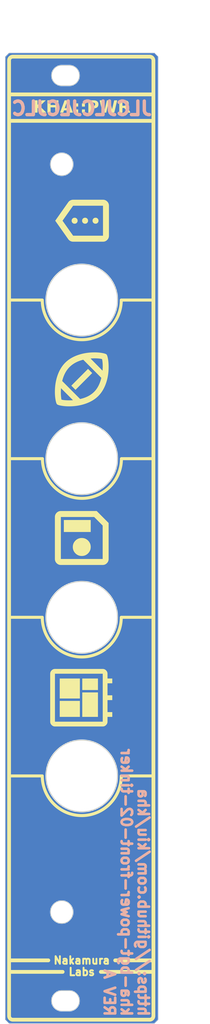
<source format=kicad_pcb>
(kicad_pcb (version 20221018) (generator pcbnew)
  (layers (0 "F.Cu" signal) (31 "B.Cu" signal) (34 "B.Paste" user) (35 "F.Paste" user) (36 "B.SilkS" user "B.Silkscreen") (37 "F.SilkS" user "F.Silkscreen") (38 "B.Mask" user) (39 "F.Mask" user) (44 "Edge.Cuts" user))
  (net 0 "")
  (gr_poly (pts (xy 71.190626 87.206251) (xy 67.618751 87.206251) (xy 67.618751 85.618751) (xy 71.190626 85.618751)) (fill solid) (layer "F.SilkS"))
  (gr_poly (pts (xy 72.152416 108.128167) (xy 70.0675 108.128167) (xy 70.0675 106.604167) (xy 72.152416 106.604167)) (fill solid) (layer "F.SilkS"))
  (gr_poly (pts (xy 71.389063 66.166563) (xy 69.166563 68.389063) (xy 68.610939 67.833438) (xy 70.833438 65.610939)) (fill solid) (layer "F.SilkS"))
  (gr_line (start 64.75 98.5) (end 60.5 98.5) (stroke (width 0.4)) (layer "F.SilkS"))
  (gr_poly (pts (xy 72.152416 111.684167) (xy 70.0675 111.684167) (xy 70.0675 108.445667) (xy 72.152416 108.445667)) (fill solid) (layer "F.SilkS"))
  (gr_poly (pts (xy 69.072292 45.600176) (xy 69.092737 45.601513) (xy 69.112755 45.603741) (xy 69.132347 45.606861) (xy 69.151512 45.610873) (xy 69.170251 45.615775) (xy 69.188564 45.62157) (xy 69.206451 45.628255) (xy 69.223911 45.635832) (xy 69.240945 45.644301) (xy 69.257552 45.653661) (xy 69.273733 45.663912) (xy 69.289488 45.675055) (xy 69.304817 45.687089) (xy 69.319719 45.700014) (xy 69.334195 45.713831) (xy 69.348012 45.728307) (xy 69.360937 45.743209) (xy 69.372971 45.758538) (xy 69.384114 45.774293) (xy 69.394365 45.790474) (xy 69.403725 45.807081) (xy 69.412194 45.824115) (xy 69.419771 45.841575) (xy 69.426457 45.859462) (xy 69.432251 45.877775) (xy 69.437154 45.896514) (xy 69.441165 45.915679) (xy 69.444285 45.935271) (xy 69.446513 45.95529) (xy 69.447851 45.975734) (xy 69.448296 45.996605) (xy 69.447851 46.017476) (xy 69.446513 46.03792) (xy 69.444285 46.057938) (xy 69.441165 46.07753) (xy 69.437154 46.096696) (xy 69.432251 46.115435) (xy 69.426457 46.133748) (xy 69.419771 46.151634) (xy 69.412194 46.169094) (xy 69.403725 46.186128) (xy 69.394365 46.202736) (xy 69.384114 46.218917) (xy 69.372971 46.234672) (xy 69.360937 46.25) (xy 69.348012 46.264902) (xy 69.334195 46.279378) (xy 69.319719 46.293195) (xy 69.304817 46.306121) (xy 69.289488 46.318155) (xy 69.273733 46.329297) (xy 69.257552 46.339549) (xy 69.240945 46.348909) (xy 69.223911 46.357377) (xy 69.206451 46.364954) (xy 69.188564 46.37164) (xy 69.170251 46.377434) (xy 69.151512 46.382337) (xy 69.132347 46.386349) (xy 69.112755 46.389469) (xy 69.092737 46.391697) (xy 69.072292 46.393034) (xy 69.051421 46.39348) (xy 69.03055 46.393034) (xy 69.010106 46.391697) (xy 68.990088 46.389469) (xy 68.970496 46.386349) (xy 68.95133 46.382337) (xy 68.932591 46.377434) (xy 68.914278 46.37164) (xy 68.896392 46.364954) (xy 68.878932 46.357377) (xy 68.861898 46.348909) (xy 68.84529 46.339549) (xy 68.829109 46.329297) (xy 68.813355 46.318155) (xy 68.798026 46.306121) (xy 68.783124 46.293195) (xy 68.768648 46.279378) (xy 68.754831 46.264902) (xy 68.741905 46.25) (xy 68.729871 46.234672) (xy 68.718729 46.218917) (xy 68.708477 46.202736) (xy 68.699117 46.186128) (xy 68.690649 46.169094) (xy 68.683072 46.151634) (xy 68.676386 46.133748) (xy 68.670592 46.115435) (xy 68.665689 46.096696) (xy 68.661678 46.07753) (xy 68.658558 46.057938) (xy 68.656329 46.03792) (xy 68.654992 46.017476) (xy 68.654547 45.996605) (xy 68.654992 45.975734) (xy 68.656329 45.95529) (xy 68.658558 45.935271) (xy 68.661678 45.915679) (xy 68.665689 45.896514) (xy 68.670592 45.877775) (xy 68.676386 45.859462) (xy 68.683072 45.841575) (xy 68.690649 45.824115) (xy 68.699117 45.807081) (xy 68.708477 45.790474) (xy 68.718729 45.774293) (xy 68.729871 45.758538) (xy 68.741905 45.743209) (xy 68.754831 45.728307) (xy 68.768648 45.713831) (xy 68.783124 45.700014) (xy 68.798026 45.687089) (xy 68.813355 45.675055) (xy 68.829109 45.663912) (xy 68.84529 45.653661) (xy 68.861898 45.644301) (xy 68.878932 45.635832) (xy 68.896392 45.628255) (xy 68.914278 45.62157) (xy 68.932591 45.615775) (xy 68.95133 45.610873) (xy 68.970496 45.606861) (xy 68.990088 45.603741) (xy 69.010106 45.601513) (xy 69.03055 45.600176) (xy 69.051421 45.59973)) (fill solid) (layer "F.SilkS"))
  (gr_arc (start 79.525 151.275001) (mid 79.378553 151.628554) (end 79.025 151.775001) (stroke (width 0.5)) (layer "F.SilkS"))
  (gr_line (start 67.46 145.441) (end 60.348 145.441) (stroke (width 0.5)) (layer "F.SilkS"))
  (gr_poly (pts (xy 70.061431 88.001357) (xy 70.121699 88.005427) (xy 70.180804 88.012209) (xy 70.238746 88.021705) (xy 70.295525 88.033914) (xy 70.351142 88.048835) (xy 70.405596 88.06647) (xy 70.458888 88.086817) (xy 70.511016 88.109878) (xy 70.561982 88.135651) (xy 70.611785 88.164138) (xy 70.660426 88.195338) (xy 70.707903 88.22925) (xy 70.754218 88.265876) (xy 70.799371 88.305215) (xy 70.84336 88.347267) (xy 70.885412 88.391256) (xy 70.92475 88.436408) (xy 70.961376 88.482723) (xy 70.995289 88.530201) (xy 71.026488 88.578842) (xy 71.054975 88.628645) (xy 71.080749 88.67961) (xy 71.103809 88.731739) (xy 71.124157 88.78503) (xy 71.141791 88.839484) (xy 71.156713 88.895101) (xy 71.168922 88.95188) (xy 71.178417 89.009823) (xy 71.1852 89.068928) (xy 71.189269 89.129195) (xy 71.190626 89.190626) (xy 71.189269 89.252056) (xy 71.1852 89.312324) (xy 71.178417 89.371429) (xy 71.168922 89.429371) (xy 71.156713 89.48615) (xy 71.141791 89.541767) (xy 71.124157 89.596221) (xy 71.103809 89.649512) (xy 71.080749 89.701641) (xy 71.054975 89.752607) (xy 71.026488 89.80241) (xy 70.995289 89.851051) (xy 70.961376 89.898528) (xy 70.92475 89.944843) (xy 70.885412 89.989996) (xy 70.84336 90.033985) (xy 70.799371 90.076037) (xy 70.754218 90.115376) (xy 70.707903 90.152001) (xy 70.660426 90.185914) (xy 70.611785 90.217113) (xy 70.561982 90.2456) (xy 70.511016 90.271374) (xy 70.458888 90.294434) (xy 70.405596 90.314782) (xy 70.351142 90.332416) (xy 70.295525 90.347338) (xy 70.238746 90.359547) (xy 70.180804 90.369042) (xy 70.121699 90.375825) (xy 70.061431 90.379894) (xy 70.000001 90.381251) (xy 69.938571 90.379894) (xy 69.878303 90.375825) (xy 69.819198 90.369042) (xy 69.761256 90.359547) (xy 69.704476 90.347338) (xy 69.64886 90.332416) (xy 69.594405 90.314782) (xy 69.541114 90.294434) (xy 69.488986 90.271374) (xy 69.43802 90.2456) (xy 69.388216 90.217113) (xy 69.339576 90.185914) (xy 69.292098 90.152001) (xy 69.245783 90.115376) (xy 69.200631 90.076037) (xy 69.156641 90.033985) (xy 69.11459 89.989996) (xy 69.075251 89.944843) (xy 69.038625 89.898528) (xy 69.004713 89.851051) (xy 68.973513 89.80241) (xy 68.945026 89.752607) (xy 68.919253 89.701641) (xy 68.896192 89.649512) (xy 68.875845 89.596221) (xy 68.85821 89.541767) (xy 68.843289 89.48615) (xy 68.83108 89.429371) (xy 68.821584 89.371429) (xy 68.814802 89.312324) (xy 68.810732 89.252056) (xy 68.809376 89.190626) (xy 68.810732 89.129195) (xy 68.814802 89.068928) (xy 68.821584 89.009823) (xy 68.83108 88.95188) (xy 68.843289 88.895101) (xy 68.85821 88.839484) (xy 68.875845 88.78503) (xy 68.896192 88.731739) (xy 68.919253 88.67961) (xy 68.945026 88.628645) (xy 68.973513 88.578842) (xy 69.004713 88.530201) (xy 69.038625 88.482723) (xy 69.075251 88.436408) (xy 69.11459 88.391256) (xy 69.156641 88.347267) (xy 69.200631 88.305215) (xy 69.245783 88.265876) (xy 69.292098 88.22925) (xy 69.339576 88.195338) (xy 69.388216 88.164138) (xy 69.43802 88.135651) (xy 69.488986 88.109878) (xy 69.541114 88.086817) (xy 69.594405 88.06647) (xy 69.64886 88.048835) (xy 69.704476 88.033914) (xy 69.761256 88.021705) (xy 69.819198 88.012209) (xy 69.878303 88.005427) (xy 69.938571 88.001357) (xy 70.000001 88.000001)) (fill solid) (layer "F.SilkS"))
  (gr_arc (start 75.25 98.5) (mid 70 103.75) (end 64.75 98.5) (stroke (width 0.4)) (layer "F.SilkS"))
  (gr_poly (pts (xy 71.850417 45.600176) (xy 71.870862 45.601513) (xy 71.89088 45.603741) (xy 71.910471 45.606861) (xy 71.929637 45.610873) (xy 71.948376 45.615775) (xy 71.966689 45.62157) (xy 71.984575 45.628255) (xy 72.002036 45.635832) (xy 72.019069 45.644301) (xy 72.035677 45.653661) (xy 72.051858 45.663912) (xy 72.067613 45.675055) (xy 72.082942 45.687089) (xy 72.097844 45.700014) (xy 72.11232 45.713831) (xy 72.126137 45.728307) (xy 72.139062 45.743209) (xy 72.151096 45.758538) (xy 72.162239 45.774293) (xy 72.17249 45.790474) (xy 72.18185 45.807081) (xy 72.190319 45.824115) (xy 72.197896 45.841575) (xy 72.204581 45.859462) (xy 72.210376 45.877775) (xy 72.215278 45.896514) (xy 72.21929 45.915679) (xy 72.22241 45.935271) (xy 72.224638 45.95529) (xy 72.225975 45.975734) (xy 72.226421 45.996605) (xy 72.225975 46.017476) (xy 72.224638 46.03792) (xy 72.22241 46.057938) (xy 72.21929 46.07753) (xy 72.215278 46.096696) (xy 72.210376 46.115435) (xy 72.204581 46.133748) (xy 72.197896 46.151634) (xy 72.190319 46.169094) (xy 72.18185 46.186128) (xy 72.17249 46.202736) (xy 72.162239 46.218917) (xy 72.151096 46.234672) (xy 72.139062 46.25) (xy 72.126137 46.264902) (xy 72.11232 46.279378) (xy 72.097844 46.293195) (xy 72.082942 46.306121) (xy 72.067613 46.318155) (xy 72.051858 46.329297) (xy 72.035677 46.339549) (xy 72.019069 46.348909) (xy 72.002036 46.357377) (xy 71.984575 46.364954) (xy 71.966689 46.37164) (xy 71.948376 46.377434) (xy 71.929637 46.382337) (xy 71.910471 46.386349) (xy 71.89088 46.389469) (xy 71.870862 46.391697) (xy 71.850417 46.393034) (xy 71.829546 46.39348) (xy 71.808676 46.393034) (xy 71.788231 46.391697) (xy 71.768213 46.389469) (xy 71.748621 46.386349) (xy 71.729456 46.382337) (xy 71.710717 46.377434) (xy 71.692404 46.37164) (xy 71.674517 46.364954) (xy 71.657057 46.357377) (xy 71.640023 46.348909) (xy 71.623416 46.339549) (xy 71.607235 46.329297) (xy 71.59148 46.318155) (xy 71.576151 46.306121) (xy 71.561249 46.293195) (xy 71.546773 46.279378) (xy 71.532956 46.264902) (xy 71.52003 46.25) (xy 71.507996 46.234672) (xy 71.496853 46.218917) (xy 71.486602 46.202736) (xy 71.477242 46.186128) (xy 71.468773 46.169094) (xy 71.461196 46.151634) (xy 71.454511 46.133748) (xy 71.448716 46.115435) (xy 71.443814 46.096696) (xy 71.439802 46.07753) (xy 71.436682 46.057938) (xy 71.434454 46.03792) (xy 71.433117 46.017476) (xy 71.432671 45.996605) (xy 71.433117 45.975734) (xy 71.434454 45.95529) (xy 71.436682 45.935271) (xy 71.439802 45.915679) (xy 71.443814 45.896514) (xy 71.448716 45.877775) (xy 71.454511 45.859462) (xy 71.461196 45.841575) (xy 71.468773 45.824115) (xy 71.477242 45.807081) (xy 71.486602 45.790474) (xy 71.496853 45.774293) (xy 71.507996 45.758538) (xy 71.52003 45.743209) (xy 71.532956 45.728307) (xy 71.546773 45.713831) (xy 71.561249 45.700014) (xy 71.576151 45.687089) (xy 71.59148 45.675055) (xy 71.607235 45.663912) (xy 71.623416 45.653661) (xy 71.640023 45.644301) (xy 71.657057 45.635832) (xy 71.674517 45.628255) (xy 71.692404 45.62157) (xy 71.710717 45.615775) (xy 71.729456 45.610873) (xy 71.748621 45.606861) (xy 71.768213 45.603741) (xy 71.788231 45.601513) (xy 71.808676 45.600176) (xy 71.829546 45.59973)) (fill solid) (layer "F.SilkS"))
  (gr_line (start 65.555 143.917) (end 60.348 143.917) (stroke (width 0.5)) (layer "F.SilkS"))
  (gr_line (start 79.525 24.774999) (end 79.525 151.275001) (stroke (width 0.5)) (layer "F.SilkS"))
  (gr_line (start 79.5 98.5) (end 75.25 98.5) (stroke (width 0.4)) (layer "F.SilkS"))
  (gr_line (start 64.772944 77.5) (end 60.522944 77.5) (stroke (width 0.4)) (layer "F.SilkS"))
  (gr_poly (pts (xy 70.461355 45.600176) (xy 70.481799 45.601513) (xy 70.501817 45.603741) (xy 70.521409 45.606861) (xy 70.540574 45.610873) (xy 70.559314 45.615775) (xy 70.577626 45.62157) (xy 70.595513 45.628255) (xy 70.612973 45.635832) (xy 70.630007 45.644301) (xy 70.646614 45.653661) (xy 70.662796 45.663912) (xy 70.67855 45.675055) (xy 70.693879 45.687089) (xy 70.708781 45.700014) (xy 70.723257 45.713831) (xy 70.737074 45.728307) (xy 70.75 45.743209) (xy 70.762034 45.758538) (xy 70.773177 45.774293) (xy 70.783428 45.790474) (xy 70.792788 45.807081) (xy 70.801256 45.824115) (xy 70.808833 45.841575) (xy 70.815519 45.859462) (xy 70.821313 45.877775) (xy 70.826216 45.896514) (xy 70.830227 45.915679) (xy 70.833347 45.935271) (xy 70.835576 45.95529) (xy 70.836913 45.975734) (xy 70.837359 45.996605) (xy 70.836913 46.017476) (xy 70.835576 46.03792) (xy 70.833347 46.057938) (xy 70.830227 46.07753) (xy 70.826216 46.096696) (xy 70.821313 46.115435) (xy 70.815519 46.133748) (xy 70.808833 46.151634) (xy 70.801256 46.169094) (xy 70.792788 46.186128) (xy 70.783428 46.202736) (xy 70.773177 46.218917) (xy 70.762034 46.234672) (xy 70.75 46.25) (xy 70.737074 46.264902) (xy 70.723257 46.279378) (xy 70.708781 46.293195) (xy 70.693879 46.306121) (xy 70.67855 46.318155) (xy 70.662796 46.329297) (xy 70.646614 46.339549) (xy 70.630007 46.348909) (xy 70.612973 46.357377) (xy 70.595513 46.364954) (xy 70.577626 46.37164) (xy 70.559314 46.377434) (xy 70.540574 46.382337) (xy 70.521409 46.386349) (xy 70.501817 46.389469) (xy 70.481799 46.391697) (xy 70.461355 46.393034) (xy 70.440484 46.39348) (xy 70.419613 46.393034) (xy 70.399169 46.391697) (xy 70.37915 46.389469) (xy 70.359558 46.386349) (xy 70.340393 46.382337) (xy 70.321654 46.377434) (xy 70.303341 46.37164) (xy 70.285454 46.364954) (xy 70.267994 46.357377) (xy 70.25096 46.348909) (xy 70.234353 46.339549) (xy 70.218172 46.329297) (xy 70.202417 46.318155) (xy 70.187088 46.306121) (xy 70.172186 46.293195) (xy 70.15771 46.279378) (xy 70.143893 46.264902) (xy 70.130968 46.25) (xy 70.118934 46.234672) (xy 70.107791 46.218917) (xy 70.09754 46.202736) (xy 70.08818 46.186128) (xy 70.079711 46.169094) (xy 70.072134 46.151634) (xy 70.065449 46.133748) (xy 70.059654 46.115435) (xy 70.054752 46.096696) (xy 70.05074 46.07753) (xy 70.04762 46.057938) (xy 70.045392 46.03792) (xy 70.044055 46.017476) (xy 70.043609 45.996605) (xy 70.044055 45.975734) (xy 70.045392 45.95529) (xy 70.04762 45.935271) (xy 70.05074 45.915679) (xy 70.054752 45.896514) (xy 70.059654 45.877775) (xy 70.065449 45.859462) (xy 70.072134 45.841575) (xy 70.079711 45.824115) (xy 70.08818 45.807081) (xy 70.09754 45.790474) (xy 70.107791 45.774293) (xy 70.118934 45.758538) (xy 70.130968 45.743209) (xy 70.143893 45.728307) (xy 70.15771 45.713831) (xy 70.172186 45.700014) (xy 70.187088 45.687089) (xy 70.202417 45.675055) (xy 70.218172 45.663912) (xy 70.234353 45.653661) (xy 70.25096 45.644301) (xy 70.267994 45.635832) (xy 70.285454 45.628255) (xy 70.303341 45.62157) (xy 70.321654 45.615775) (xy 70.340393 45.610873) (xy 70.359558 45.606861) (xy 70.37915 45.603741) (xy 70.399169 45.601513) (xy 70.419613 45.600176) (xy 70.440484 45.59973)) (fill solid) (layer "F.SilkS"))
  (gr_line (start 79.525 143.917) (end 74.445 143.917) (stroke (width 0.5)) (layer "F.SilkS"))
  (gr_line (start 79.5 119.5) (end 75.25 119.5) (stroke (width 0.4)) (layer "F.SilkS"))
  (gr_line (start 79.522944 77.5) (end 75.272944 77.5) (stroke (width 0.4)) (layer "F.SilkS"))
  (gr_line (start 64.75 119.5) (end 60.5 119.5) (stroke (width 0.4)) (layer "F.SilkS"))
  (gr_arc (start 60.340001 24.774999) (mid 60.486448 24.421447) (end 60.84 24.275) (stroke (width 0.5)) (layer "F.SilkS"))
  (gr_line (start 64.75 56.5) (end 60.5 56.5) (stroke (width 0.4)) (layer "F.SilkS"))
  (gr_poly (pts (xy 69.75 111.684167) (xy 67.072417 111.684167) (xy 67.072417 109.5675) (xy 69.75 109.5675)) (fill solid) (layer "F.SilkS"))
  (gr_arc (start 75.25 56.5) (mid 70 61.75) (end 64.75 56.5) (stroke (width 0.4)) (layer "F.SilkS"))
  (gr_poly (pts (xy 72.862293 43.219391) (xy 72.902116 43.222123) (xy 72.941203 43.226677) (xy 72.979553 43.233053) (xy 73.017167 43.24125) (xy 73.054045 43.251269) (xy 73.090186 43.263109) (xy 73.125591 43.276771) (xy 73.160259 43.292254) (xy 73.194191 43.30956) (xy 73.227387 43.328686) (xy 73.259846 43.349635) (xy 73.291569 43.372405) (xy 73.322556 43.396996) (xy 73.352806 43.423409) (xy 73.382319 43.451644) (xy 73.410554 43.481158) (xy 73.436967 43.511408) (xy 73.461559 43.542394) (xy 73.484329 43.574117) (xy 73.505277 43.606577) (xy 73.524404 43.639772) (xy 73.541709 43.673704) (xy 73.557192 43.708373) (xy 73.570854 43.743777) (xy 73.582695 43.779919) (xy 73.592714 43.816796) (xy 73.600911 43.85441) (xy 73.607286 43.89276) (xy 73.61184 43.931847) (xy 73.614573 43.97167) (xy 73.615483 44.01223) (xy 73.615483 47.98098) (xy 73.614573 48.02154) (xy 73.61184 48.061363) (xy 73.607286 48.100449) (xy 73.600911 48.1388) (xy 73.592714 48.176414) (xy 73.582695 48.213291) (xy 73.570854 48.249432) (xy 73.557192 48.284837) (xy 73.541709 48.319506) (xy 73.524404 48.353438) (xy 73.505277 48.386633) (xy 73.484329 48.419092) (xy 73.461559 48.450815) (xy 73.436967 48.481802) (xy 73.410554 48.512052) (xy 73.382319 48.541565) (xy 73.352806 48.5698) (xy 73.322556 48.596213) (xy 73.291569 48.620805) (xy 73.259846 48.643575) (xy 73.227387 48.664523) (xy 73.194191 48.68365) (xy 73.160259 48.700955) (xy 73.125591 48.716438) (xy 73.090186 48.7301) (xy 73.054045 48.741941) (xy 73.017167 48.75196) (xy 72.979553 48.760157) (xy 72.941203 48.766532) (xy 72.902116 48.771086) (xy 72.862293 48.773819) (xy 72.821733 48.774729) (xy 68.852984 48.774729) (xy 68.828276 48.774381) (xy 68.803762 48.773334) (xy 68.779442 48.77159) (xy 68.755315 48.769148) (xy 68.731383 48.766009) (xy 68.707644 48.762172) (xy 68.684099 48.757637) (xy 68.660747 48.752405) (xy 68.63759 48.746475) (xy 68.614626 48.739848) (xy 68.591856 48.732523) (xy 68.56928 48.7245) (xy 68.546898 48.71578) (xy 68.524709 48.706362) (xy 68.502715 48.696246) (xy 68.480914 48.685433) (xy 68.459461 48.673999) (xy 68.438513 48.662023) (xy 68.418069 48.649505) (xy 68.398128 48.636444) (xy 68.378691 48.62284) (xy 68.359758 48.608693) (xy 68.341329 48.594005) (xy 68.323404 48.578773) (xy 68.305982 48.562999) (xy 68.289065 48.546682) (xy 68.272651 48.529822) (xy 68.256741 48.51242) (xy 68.241335 48.494476) (xy 68.226433 48.475989) (xy 68.212035 48.456959) (xy 68.19814 48.437386) (xy 66.471734 45.996605) (xy 67.444078 45.996605) (xy 68.852984 47.98098) (xy 72.821733 47.98098) (xy 72.821733 44.01223) (xy 68.852984 44.01223) (xy 67.444078 45.996605) (xy 66.471734 45.996605) (xy 68.19814 43.555824) (xy 68.212035 43.536251) (xy 68.226433 43.517221) (xy 68.241335 43.498734) (xy 68.256741 43.480789) (xy 68.272651 43.463387) (xy 68.289065 43.446528) (xy 68.305982 43.430211) (xy 68.323404 43.414437) (xy 68.341329 43.399205) (xy 68.359758 43.384516) (xy 68.378691 43.37037) (xy 68.398128 43.356766) (xy 68.418069 43.343705) (xy 68.438513 43.331186) (xy 68.459461 43.31921) (xy 68.480914 43.307777) (xy 68.502715 43.296963) (xy 68.524709 43.286848) (xy 68.546898 43.27743) (xy 68.56928 43.268709) (xy 68.591856 43.260687) (xy 68.614626 43.253361) (xy 68.63759 43.246734) (xy 68.660747 43.240804) (xy 68.684099 43.235572) (xy 68.707644 43.231037) (xy 68.731383 43.2272) (xy 68.755315 43.224061) (xy 68.779442 43.221619) (xy 68.803762 43.219875) (xy 68.828276 43.218829) (xy 68.852984 43.21848) (xy 72.821733 43.21848)) (fill solid) (layer "F.SilkS"))
  (gr_arc (start 75.272944 77.5) (mid 70.022944 82.75) (end 64.772944 77.5) (stroke (width 0.4)) (layer "F.SilkS"))
  (gr_line (start 60.34 151.275) (end 60.34 24.775) (stroke (width 0.5)) (layer "F.SilkS"))
  (gr_poly (pts (xy 69.75 109.25) (xy 67.072417 109.25) (xy 67.072417 106.604167) (xy 69.75 106.604167)) (fill solid) (layer "F.SilkS"))
  (gr_arc (start 79.025 24.274999) (mid 79.378553 24.421446) (end 79.525 24.774999) (stroke (width 0.5)) (layer "F.SilkS"))
  (gr_line (start 60.84 24.275) (end 79.025 24.274999) (stroke (width 0.5)) (layer "F.SilkS"))
  (gr_poly (pts (xy 71.828804 63.429444) (xy 71.967323 63.433397) (xy 72.102276 63.439986) (xy 72.233663 63.44921) (xy 72.361485 63.46107) (xy 72.485741 63.475565) (xy 72.606431 63.492696) (xy 72.723556 63.512462) (xy 72.833394 63.533934) (xy 72.932225 63.55618) (xy 73.020049 63.579202) (xy 73.059833 63.591004) (xy 73.096866 63.602999) (xy 73.131147 63.615188) (xy 73.162676 63.627571) (xy 73.191453 63.640148) (xy 73.217479 63.652919) (xy 73.240752 63.665883) (xy 73.261274 63.679041) (xy 73.279045 63.692393) (xy 73.294063 63.705938) (xy 73.307609 63.722217) (xy 73.32096 63.741285) (xy 73.334119 63.763144) (xy 73.347083 63.787794) (xy 73.359853 63.815234) (xy 73.37243 63.845465) (xy 73.384813 63.878486) (xy 73.397002 63.914298) (xy 73.408998 63.9529) (xy 73.420799 63.994293) (xy 73.432407 64.038476) (xy 73.443821 64.08545) (xy 73.455042 64.135215) (xy 73.466068 64.187769) (xy 73.476901 64.243115) (xy 73.48754 64.301251) (xy 73.507306 64.422174) (xy 73.524437 64.546817) (xy 73.538932 64.675182) (xy 73.550792 64.807267) (xy 73.560016 64.943072) (xy 73.566604 65.082599) (xy 73.570558 65.225846) (xy 73.571875 65.372813) (xy 73.566294 65.660625) (xy 73.549551 65.943631) (xy 73.521646 66.221831) (xy 73.482579 66.495225) (xy 73.432349 66.763814) (xy 73.370958 67.027596) (xy 73.336076 67.157685) (xy 73.298404 67.286572) (xy 73.257941 67.414258) (xy 73.214688 67.540743) (xy 73.168877 67.665251) (xy 73.12074 67.787007) (xy 73.070278 67.906011) (xy 73.017491 68.022264) (xy 72.962378 68.135765) (xy 72.90494 68.246514) (xy 72.845176 68.354511) (xy 72.783086 68.459757) (xy 72.718672 68.56225) (xy 72.651932 68.661992) (xy 72.582866 68.758983) (xy 72.511475 68.853221) (xy 72.437759 68.944708) (xy 72.361717 69.033443) (xy 72.28335 69.119426) (xy 72.202657 69.202657) (xy 72.120569 69.282168) (xy 72.035535 69.359469) (xy 71.947556 69.434562) (xy 71.856632 69.507445) (xy 71.762761 69.578119) (xy 71.665946 69.646584) (xy 71.566184 69.712839) (xy 71.463477 69.776886) (xy 71.357825 69.838723) (xy 71.249227 69.898351) (xy 71.137683 69.95577) (xy 71.023194 70.01098) (xy 70.90576 70.06398) (xy 70.785379 70.114772) (xy 70.662054 70.163354) (xy 70.535782 70.209727) (xy 70.40734 70.253581) (xy 70.277503 70.294606) (xy 70.146271 70.332801) (xy 70.013643 70.368167) (xy 69.87962 70.400704) (xy 69.744202 70.430411) (xy 69.607389 70.45729) (xy 69.46918 70.481338) (xy 69.329577 70.502558) (xy 69.188577 70.520948) (xy 69.046183 70.536509) (xy 68.902393 70.549241) (xy 68.757208 70.559144) (xy 68.610628 70.566217) (xy 68.462653 70.570461) (xy 68.313282 70.571875) (xy 68.173446 70.570558) (xy 68.03671 70.566604) (xy 67.903075 70.560016) (xy 67.77254 70.550792) (xy 67.645106 70.538932) (xy 67.520772 70.524437) (xy 67.39954 70.507306) (xy 67.281407 70.48754) (xy 67.170406 70.466068) (xy 67.070567 70.443821) (xy 66.981891 70.420799) (xy 66.904376 70.397002) (xy 66.869804 70.384813) (xy 66.838023 70.37243) (xy 66.809033 70.359853) (xy 66.782833 70.347083) (xy 66.759424 70.334119) (xy 66.738805 70.32096) (xy 66.720976 70.307609) (xy 66.705938 70.294063) (xy 66.692393 70.277785) (xy 66.679041 70.258716) (xy 66.665883 70.236857) (xy 66.652918 70.212208) (xy 66.640148 70.184767) (xy 66.627571 70.154537) (xy 66.615188 70.121515) (xy 66.602999 70.085704) (xy 66.591004 70.047101) (xy 66.579202 70.005709) (xy 66.567594 69.961525) (xy 66.55618 69.914551) (xy 66.54496 69.864787) (xy 66.533933 69.812232) (xy 66.523101 69.756887) (xy 66.512462 69.698751) (xy 66.492696 69.578138) (xy 66.475565 69.454424) (xy 66.46107 69.32761) (xy 66.44921 69.197696) (xy 66.439986 69.064681) (xy 66.433397 68.928565) (xy 66.429444 68.789349) (xy 66.428188 68.653698) (xy 67.221953 68.653698) (xy 67.222186 68.753072) (xy 67.223814 68.853376) (xy 67.226837 68.95461) (xy 67.231255 69.054914) (xy 67.237069 69.152427) (xy 67.244278 69.24715) (xy 67.252882 69.339083) (xy 67.262881 69.428225) (xy 67.274276 69.514576) (xy 67.287066 69.598137) (xy 67.301251 69.678907) (xy 67.330687 69.687395) (xy 67.361945 69.695495) (xy 67.395024 69.703208) (xy 67.429925 69.710533) (xy 67.505192 69.724021) (xy 67.587745 69.735958) (xy 67.677585 69.746345) (xy 67.77471 69.755182) (xy 67.879123 69.762468) (xy 67.990821 69.768204) (xy 68.104845 69.77239) (xy 68.216234 69.775025) (xy 68.324987 69.77611) (xy 68.431104 69.775645) (xy 68.534586 69.77363) (xy 68.635433 69.770064) (xy 68.733644 69.764948) (xy 68.82922 69.758282) (xy 67.24172 68.170782) (xy 67.234976 68.265505) (xy 67.229627 68.361158) (xy 67.225674 68.457741) (xy 67.223116 68.555254) (xy 67.221953 68.653698) (xy 66.428188 68.653698) (xy 66.428126 68.647032) (xy 66.433707 68.354569) (xy 66.45045 68.067532) (xy 66.478355 67.785922) (xy 66.517423 67.509737) (xy 66.567652 67.238978) (xy 66.572441 67.218282) (xy 67.40047 67.218282) (xy 69.78172 69.599532) (xy 69.926207 69.56558) (xy 70.066974 69.528218) (xy 70.20402 69.487446) (xy 70.337345 69.443262) (xy 70.466949 69.395668) (xy 70.592833 69.344664) (xy 70.714996 69.290248) (xy 70.833438 69.232422) (xy 70.891264 69.202231) (xy 70.94816 69.171186) (xy 71.004126 69.139289) (xy 71.059161 69.106539) (xy 71.113266 69.072936) (xy 71.166441 69.038481) (xy 71.218686 69.003173) (xy 71.270001 68.967013) (xy 71.320385 68.929999) (xy 71.36984 68.892133) (xy 71.418364 68.853415) (xy 71.465958 68.813844) (xy 71.512622 68.77342) (xy 71.558355 68.732143) (xy 71.603159 68.690014) (xy 71.647032 68.647032) (xy 71.688812 68.60438) (xy 71.729818 68.560758) (xy 71.770048 68.516168) (xy 71.809503 68.470609) (xy 71.848183 68.424081) (xy 71.886087 68.376584) (xy 71.923217 68.328117) (xy 71.959571 68.278683) (xy 71.99515 68.228279) (xy 72.029954 68.176906) (xy 72.063983 68.124564) (xy 72.097237 68.071253) (xy 72.129716 68.016974) (xy 72.161419 67.961725) (xy 72.192347 67.905508) (xy 72.2225 67.848321) (xy 72.280481 67.731041) (xy 72.335362 67.609886) (xy 72.387142 67.484855) (xy 72.435821 67.355948) (xy 72.4814 67.223166) (xy 72.523878 67.086507) (xy 72.563255 66.945973) (xy 72.599532 66.801563) (xy 70.198438 64.40047) (xy 70.058757 64.436824) (xy 69.922486 64.476434) (xy 69.789626 64.5193) (xy 69.660177 64.565421) (xy 69.534138 64.614798) (xy 69.41151 64.66743) (xy 69.292292 64.723318) (xy 69.176485 64.782462) (xy 69.064089 64.844861) (xy 68.955103 64.910516) (xy 68.90189 64.944564) (xy 68.849529 64.979427) (xy 68.79802 65.015103) (xy 68.747364 65.051593) (xy 68.697561 65.088897) (xy 68.648611 65.127014) (xy 68.600513 65.165946) (xy 68.553268 65.205692) (xy 68.506875 65.246251) (xy 68.461335 65.287625) (xy 68.416648 65.329812) (xy 68.372813 65.372813) (xy 68.329812 65.416667) (xy 68.287625 65.461413) (xy 68.246251 65.507049) (xy 68.205692 65.553577) (xy 68.165946 65.600997) (xy 68.127014 65.649308) (xy 68.088897 65.69851) (xy 68.051593 65.748604) (xy 68.015103 65.79959) (xy 67.979427 65.851466) (xy 67.944564 65.904234) (xy 67.910516 65.957894) (xy 67.877282 66.012445) (xy 67.844861 66.067887) (xy 67.813255 66.124221) (xy 67.782462 66.181446) (xy 67.723318 66.298571) (xy 67.66743 66.419261) (xy 67.614798 66.543517) (xy 67.565421 66.671339) (xy 67.5193 66.802726) (xy 67.476434 66.937679) (xy 67.436824 67.076198) (xy 67.40047 67.218282) (xy 66.572441 67.218282) (xy 66.629044 66.973646) (xy 66.663926 66.843014) (xy 66.701598 66.713739) (xy 66.74206 66.585821) (xy 66.785314 66.459259) (xy 66.831125 66.334751) (xy 66.879261 66.212995) (xy 66.929723 66.09399) (xy 66.982511 65.977738) (xy 67.037624 65.864237) (xy 67.095062 65.753488) (xy 67.154826 65.64549) (xy 67.216915 65.540245) (xy 67.28133 65.437751) (xy 67.34807 65.338009) (xy 67.417135 65.241019) (xy 67.488526 65.146781) (xy 67.562243 65.055294) (xy 67.638285 64.966559) (xy 67.716652 64.880576) (xy 67.797345 64.797345) (xy 67.880634 64.716652) (xy 67.966792 64.638285) (xy 68.055817 64.562243) (xy 68.147711 64.488526) (xy 68.242472 64.417135) (xy 68.340102 64.34807) (xy 68.4406 64.28133) (xy 68.504162 64.24172) (xy 71.170782 64.24172) (xy 72.758282 65.849063) (xy 72.767351 65.75186) (xy 72.774715 65.653726) (xy 72.780374 65.554663) (xy 72.784327 65.454669) (xy 72.786575 65.353745) (xy 72.787117 65.251891) (xy 72.785955 65.149106) (xy 72.783086 65.045392) (xy 72.778513 64.942917) (xy 72.772235 64.843853) (xy 72.764251 64.7482) (xy 72.754561 64.655958) (xy 72.743167 64.567126) (xy 72.730067 64.481705) (xy 72.715261 64.399695) (xy 72.698751 64.321095) (xy 72.669314 64.311405) (xy 72.638057 64.302181) (xy 72.604977 64.293422) (xy 72.570076 64.285128) (xy 72.533354 64.277299) (xy 72.49481 64.269935) (xy 72.412257 64.256603) (xy 72.322417 64.24513) (xy 72.225291 64.235518) (xy 72.120879 64.227767) (xy 72.00918 64.221876) (xy 71.895156 64.217845) (xy 71.783768 64.215675) (xy 71.675015 64.215365) (xy 71.568897 64.216915) (xy 71.465415 64.220326) (xy 71.364568 64.225597) (xy 71.266357 64.232728) (xy 71.170782 64.24172) (xy 68.504162 64.24172) (xy 68.543966 64.216915) (xy 68.650199 64.154826) (xy 68.759301 64.095062) (xy 68.871271 64.037624) (xy 68.986109 63.982511) (xy 69.103815 63.929723) (xy 69.224389 63.879261) (xy 69.347831 63.831125) (xy 69.474141 63.785314) (xy 69.602544 63.74206) (xy 69.732265 63.701598) (xy 69.863304 63.663926) (xy 69.99566 63.629044) (xy 70.129334 63.596953) (xy 70.264326 63.567652) (xy 70.400635 63.541142) (xy 70.538263 63.517423) (xy 70.677208 63.496494) (xy 70.81747 63.478355) (xy 70.959051 63.463008) (xy 71.101949 63.45045) (xy 71.246165 63.440683) (xy 71.391699 63.433707) (xy 71.68672 63.428126)) (fill solid) (layer "F.SilkS"))
  (gr_arc (start 75.25 119.5) (mid 70 124.75) (end 64.75 119.5) (stroke (width 0.4)) (layer "F.SilkS"))
  (gr_line (start 79.025 151.775001) (end 60.84 151.775) (stroke (width 0.5)) (layer "F.SilkS"))
  (gr_line (start 60.34 29.275) (end 79.525 29.275) (stroke (width 0.5)) (layer "F.SilkS"))
  (gr_arc (start 60.84 151.775) (mid 60.486447 151.628553) (end 60.34 151.275) (stroke (width 0.5)) (layer "F.SilkS"))
  (gr_line (start 79.5 56.5) (end 75.25 56.5) (stroke (width 0.4)) (layer "F.SilkS"))
  (gr_line (start 60.34 32.775) (end 79.525 32.775) (stroke (width 0.5)) (layer "F.SilkS"))
  (gr_poly (pts (xy 73.571875 86.015626) (xy 73.571875 90.778125) (xy 73.570965 90.818685) (xy 73.568232 90.858508) (xy 73.563678 90.897595) (xy 73.557303 90.935945) (xy 73.549106 90.973559) (xy 73.539087 91.010437) (xy 73.527246 91.046578) (xy 73.513584 91.081983) (xy 73.498101 91.116651) (xy 73.480796 91.150583) (xy 73.461669 91.183779) (xy 73.440721 91.216238) (xy 73.417951 91.247961) (xy 73.393359 91.278948) (xy 73.366946 91.309198) (xy 73.338711 91.338711) (xy 73.309198 91.366946) (xy 73.278948 91.393359) (xy 73.247961 91.417951) (xy 73.216238 91.440721) (xy 73.183779 91.461669) (xy 73.150583 91.480796) (xy 73.116651 91.498101) (xy 73.081983 91.513584) (xy 73.046578 91.527246) (xy 73.010437 91.539087) (xy 72.973559 91.549106) (xy 72.935945 91.557303) (xy 72.897595 91.563678) (xy 72.858508 91.568232) (xy 72.818685 91.570965) (xy 72.778125 91.571875) (xy 67.221876 91.571875) (xy 67.181316 91.570965) (xy 67.141493 91.568232) (xy 67.102407 91.563678) (xy 67.064056 91.557303) (xy 67.026442 91.549106) (xy 66.989565 91.539087) (xy 66.953423 91.527246) (xy 66.918019 91.513584) (xy 66.88335 91.498101) (xy 66.849418 91.480796) (xy 66.816222 91.461669) (xy 66.783763 91.440721) (xy 66.75204 91.417951) (xy 66.721054 91.393359) (xy 66.690804 91.366946) (xy 66.66129 91.338711) (xy 66.633055 91.309198) (xy 66.606642 91.278948) (xy 66.582051 91.247961) (xy 66.559281 91.216238) (xy 66.538332 91.183779) (xy 66.519206 91.150583) (xy 66.501901 91.116651) (xy 66.486417 91.081983) (xy 66.472755 91.046578) (xy 66.460915 91.010437) (xy 66.450896 90.973559) (xy 66.442699 90.935945) (xy 66.436323 90.897595) (xy 66.431769 90.858508) (xy 66.429037 90.818685) (xy 66.428126 90.778125) (xy 66.428126 85.221876) (xy 67.221876 85.221876) (xy 67.221876 90.778125) (xy 72.778125 90.778125) (xy 72.778125 86.35297) (xy 71.647032 85.221876) (xy 67.221876 85.221876) (xy 66.428126 85.221876) (xy 66.429037 85.181316) (xy 66.431769 85.141493) (xy 66.436323 85.102407) (xy 66.442699 85.064056) (xy 66.450896 85.026442) (xy 66.460915 84.989565) (xy 66.472755 84.953423) (xy 66.486417 84.918019) (xy 66.501901 84.88335) (xy 66.519206 84.849418) (xy 66.538332 84.816222) (xy 66.559281 84.783763) (xy 66.582051 84.75204) (xy 66.606642 84.721054) (xy 66.633055 84.690804) (xy 66.66129 84.66129) (xy 66.690804 84.633055) (xy 66.721054 84.606642) (xy 66.75204 84.582051) (xy 66.783763 84.559281) (xy 66.816222 84.538332) (xy 66.849418 84.519206) (xy 66.88335 84.5019) (xy 66.918019 84.486417) (xy 66.953423 84.472755) (xy 66.989565 84.460915) (xy 67.026442 84.450896) (xy 67.064056 84.442699) (xy 67.102407 84.436323) (xy 67.141493 84.431769) (xy 67.181316 84.429037) (xy 67.221876 84.428126) (xy 71.984376 84.428126)) (fill solid) (layer "F.SilkS"))
  (gr_line (start 79.525 145.441) (end 72.54 145.441) (stroke (width 0.5)) (layer "F.SilkS"))
  (gr_poly (pts (xy 72.818919 105.334911) (xy 72.849925 105.337144) (xy 72.880434 105.340864) (xy 72.910448 105.346073) (xy 72.939966 105.35277) (xy 72.968987 105.360956) (xy 72.997512 105.37063) (xy 73.025542 105.381792) (xy 73.053075 105.394442) (xy 73.080112 105.408581) (xy 73.106653 105.424208) (xy 73.132698 105.441323) (xy 73.158247 105.459927) (xy 73.1833 105.480019) (xy 73.207856 105.501599) (xy 73.231917 105.524667) (xy 73.254985 105.548727) (xy 73.276565 105.573284) (xy 73.296657 105.598337) (xy 73.315261 105.623886) (xy 73.332376 105.649931) (xy 73.348003 105.676472) (xy 73.362141 105.703509) (xy 73.374792 105.731042) (xy 73.385954 105.759071) (xy 73.395628 105.787597) (xy 73.403813 105.816618) (xy 73.410511 105.846136) (xy 73.41572 105.876149) (xy 73.41944 105.906659) (xy 73.421673 105.937665) (xy 73.422417 105.969167) (xy 73.422417 106.604167) (xy 74.057417 106.604167) (xy 74.057417 107.239167) (xy 73.422417 107.239167) (xy 73.422417 108.826667) (xy 74.057417 108.826667) (xy 74.057417 109.461667) (xy 73.422417 109.461667) (xy 73.422417 111.049167) (xy 74.057417 111.049167) (xy 74.057417 111.684167) (xy 73.422417 111.684167) (xy 73.422417 112.319167) (xy 73.421673 112.350669) (xy 73.41944 112.381674) (xy 73.41572 112.412184) (xy 73.410511 112.442198) (xy 73.403813 112.471716) (xy 73.395628 112.500737) (xy 73.385954 112.529262) (xy 73.374792 112.557292) (xy 73.362141 112.584825) (xy 73.348003 112.611862) (xy 73.332376 112.638403) (xy 73.315261 112.664448) (xy 73.296657 112.689997) (xy 73.276565 112.715049) (xy 73.254985 112.739606) (xy 73.231917 112.763667) (xy 73.207856 112.786735) (xy 73.1833 112.808315) (xy 73.158247 112.828407) (xy 73.132698 112.84701) (xy 73.106653 112.864126) (xy 73.080112 112.879753) (xy 73.053075 112.893891) (xy 73.025542 112.906542) (xy 72.997512 112.917704) (xy 72.968987 112.927377) (xy 72.939966 112.935563) (xy 72.910448 112.94226) (xy 72.880434 112.947469) (xy 72.849925 112.95119) (xy 72.818919 112.953422) (xy 72.787417 112.954166) (xy 66.437417 112.954166) (xy 66.405915 112.953422) (xy 66.374909 112.95119) (xy 66.344399 112.947469) (xy 66.314386 112.94226) (xy 66.284868 112.935563) (xy 66.255847 112.927377) (xy 66.227321 112.917704) (xy 66.199292 112.906542) (xy 66.171759 112.893891) (xy 66.144722 112.879753) (xy 66.118181 112.864126) (xy 66.092136 112.84701) (xy 66.066587 112.828407) (xy 66.041534 112.808315) (xy 66.016977 112.786735) (xy 65.992917 112.763667) (xy 65.969849 112.739606) (xy 65.948269 112.715049) (xy 65.928177 112.689997) (xy 65.909573 112.664448) (xy 65.892458 112.638403) (xy 65.876831 112.611862) (xy 65.862692 112.584825) (xy 65.850042 112.557292) (xy 65.83888 112.529262) (xy 65.829206 112.500737) (xy 65.82102 112.471716) (xy 65.814323 112.442198) (xy 65.809114 112.412184) (xy 65.805394 112.381674) (xy 65.803161 112.350669) (xy 65.802417 112.319167) (xy 65.802417 105.969167) (xy 66.437417 105.969167) (xy 66.437417 112.319167) (xy 72.787417 112.319167) (xy 72.787417 105.969167) (xy 66.437417 105.969167) (xy 65.802417 105.969167) (xy 65.803161 105.937665) (xy 65.805394 105.906659) (xy 65.809114 105.876149) (xy 65.814323 105.846136) (xy 65.82102 105.816618) (xy 65.829206 105.787597) (xy 65.83888 105.759071) (xy 65.850042 105.731042) (xy 65.862692 105.703509) (xy 65.876831 105.676472) (xy 65.892458 105.649931) (xy 65.909573 105.623886) (xy 65.928177 105.598337) (xy 65.948269 105.573284) (xy 65.969849 105.548727) (xy 65.992917 105.524667) (xy 66.016977 105.501599) (xy 66.041534 105.480019) (xy 66.066587 105.459927) (xy 66.092136 105.441323) (xy 66.118181 105.424208) (xy 66.144722 105.408581) (xy 66.171759 105.394442) (xy 66.199292 105.381792) (xy 66.227321 105.37063) (xy 66.255847 105.360956) (xy 66.284868 105.35277) (xy 66.314386 105.346073) (xy 66.344399 105.340864) (xy 66.374909 105.337144) (xy 66.405915 105.334911) (xy 66.437417 105.334167) (xy 72.787417 105.334167)) (fill solid) (layer "F.SilkS"))
  (gr_line (start 59.84 151.775) (end 59.84 24.275) (stroke (width 0.05)) (layer "Edge.Cuts"))
  (gr_line (start 59.84 24.275) (end 60.34 23.775) (stroke (width 0.05)) (layer "Edge.Cuts"))
  (gr_line (start 67.34 28.125) (end 68.34 28.125) (stroke (width 0.1)) (layer "Edge.Cuts"))
  (gr_arc (start 68.34 25.425) (mid 69.69 26.775) (end 68.34 28.125) (stroke (width 0.1)) (layer "Edge.Cuts"))
  (gr_line (start 67.34 147.925) (end 68.34 147.925) (stroke (width 0.1)) (layer "Edge.Cuts"))
  (gr_arc (start 68.34 147.925) (mid 69.69 149.275) (end 68.34 150.625) (stroke (width 0.1)) (layer "Edge.Cuts"))
  (gr_line (start 60.34 23.775) (end 79.66 23.775) (stroke (width 0.05)) (layer "Edge.Cuts"))
  (gr_circle (center 70 56.5) (end 74.75 56.5) (stroke (width 0.15)) (fill none) (layer "Edge.Cuts"))
  (gr_arc (start 67.34 28.125) (mid 65.99 26.775) (end 67.34 25.425) (stroke (width 0.1)) (layer "Edge.Cuts"))
  (gr_circle (center 70 119.5) (end 74.75 119.5) (stroke (width 0.15)) (fill none) (layer "Edge.Cuts"))
  (gr_line (start 79.66 23.775) (end 80.16 24.275) (stroke (width 0.05)) (layer "Edge.Cuts"))
  (gr_circle (center 70 77.5) (end 74.75 77.5) (stroke (width 0.15)) (fill none) (layer "Edge.Cuts"))
  (gr_line (start 67.34 150.625) (end 68.34 150.625) (stroke (width 0.1)) (layer "Edge.Cuts"))
  (gr_line (start 67.34 25.425) (end 68.34 25.425) (stroke (width 0.1)) (layer "Edge.Cuts"))
  (gr_line (start 79.66 152.275) (end 80.16 151.775) (stroke (width 0.05)) (layer "Edge.Cuts"))
  (gr_circle (center 67.34 137.525) (end 68.84 137.525) (stroke (width 0.1)) (fill none) (layer "Edge.Cuts"))
  (gr_line (start 80.16 24.275) (end 80.16 151.775) (stroke (width 0.05)) (layer "Edge.Cuts"))
  (gr_line (start 79.66 152.275) (end 60.34 152.275) (stroke (width 0.05)) (layer "Edge.Cuts"))
  (gr_line (start 59.84 151.775) (end 60.34 152.275) (stroke (width 0.05)) (layer "Edge.Cuts"))
  (gr_arc (start 67.34 150.625) (mid 65.99 149.275) (end 67.34 147.925) (stroke (width 0.1)) (layer "Edge.Cuts"))
  (gr_circle (center 70 98.5) (end 74.75 98.5) (stroke (width 0.15)) (fill none) (layer "Edge.Cuts"))
  (gr_circle (center 67.34 38.525) (end 68.84 38.525) (stroke (width 0.1)) (fill none) (layer "Edge.Cuts"))
  (gr_text "JLCJLCJLCJLC" (at 70 31.141) (layer "B.SilkS") (effects (font (size 1.8 1.8) (thickness 0.45) bold) (justify mirror)))
  (gr_text "https://github.com/kiu/kha\nkha-bgt-power-front-02-tinker\nREV A" (at 79 151.5 270) (layer "B.SilkS") (effects (font (size 1.4 1.4) (thickness 0.35) bold) (justify left top mirror)))
  (gr_text "KHA::PWR" (at 70 31.025) (layer "F.SilkS") (effects (font (size 1.6 1.6) (thickness 0.25) bold)))
  (gr_text "Nakamura" (at 70 143.917) (layer "F.SilkS") (effects (font (size 1 1) (thickness 0.25))))
  (gr_text "Labs" (at 70 145.441) (layer "F.SilkS") (effects (font (size 1 1) (thickness 0.25))))
  (zone (net 0) (net_name "") (layers "F&B.Cu") (connect_pads (clearance 0.508)) (min_thickness 0.254) (fill yes (thermal_gap 0.508) (thermal_bridge_width 0.508) (island_removal_mode 1) (island_area_min 10))
    (polygon (pts (xy 80.16 152.275) (xy 59.84 152.275) (xy 59.84 23.775) (xy 80.16 23.775)))
  )
)
</source>
